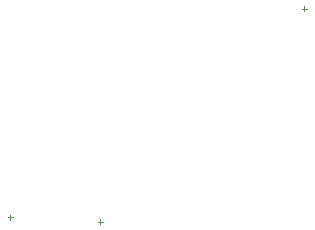
<source format=gm1>
G04*
G04 #@! TF.GenerationSoftware,Altium Limited,Altium Designer,20.0.9 (164)*
G04*
G04 Layer_Color=16711935*
%FSLAX25Y25*%
%MOIN*%
G70*
G01*
G75*
%ADD41C,0.00394*%
D41*
X142000Y38032D02*
Y39606D01*
X141213Y38819D02*
X142787D01*
X209213Y109819D02*
X210787D01*
X210000Y109032D02*
Y110606D01*
X111213Y40181D02*
X112787D01*
X112000Y39394D02*
Y40969D01*
M02*

</source>
